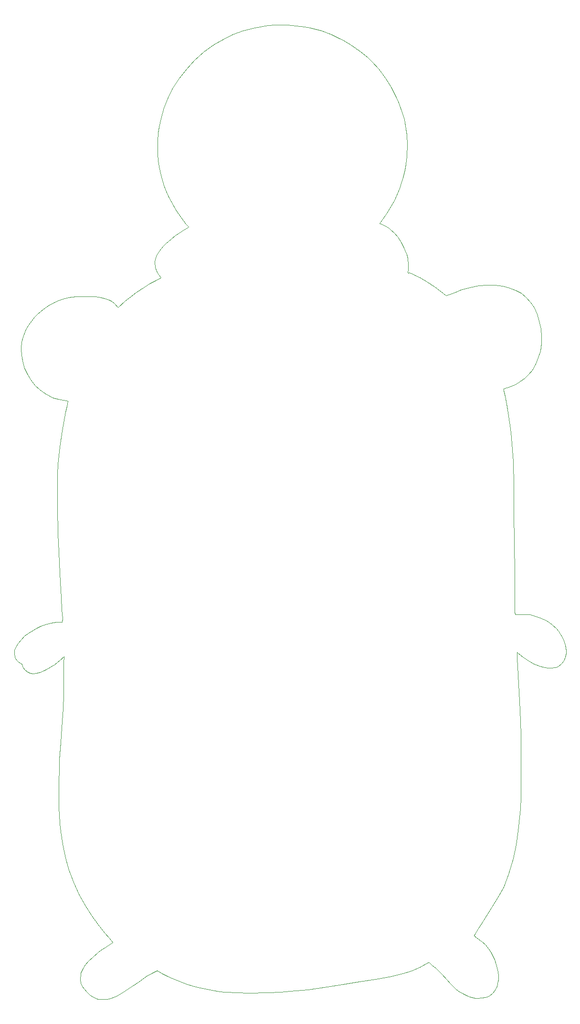
<source format=gbr>
G04 #@! TF.GenerationSoftware,KiCad,Pcbnew,8.0.5-8.0.5-0~ubuntu24.04.1*
G04 #@! TF.CreationDate,2024-10-08T07:52:30+09:00*
G04 #@! TF.ProjectId,gopher_bird_rp2040_sw,676f7068-6572-45f6-9269-72645f727032,rev?*
G04 #@! TF.SameCoordinates,Original*
G04 #@! TF.FileFunction,Profile,NP*
%FSLAX46Y46*%
G04 Gerber Fmt 4.6, Leading zero omitted, Abs format (unit mm)*
G04 Created by KiCad (PCBNEW 8.0.5-8.0.5-0~ubuntu24.04.1) date 2024-10-08 07:52:30*
%MOMM*%
%LPD*%
G01*
G04 APERTURE LIST*
G04 #@! TA.AperFunction,Profile*
%ADD10C,0.120000*%
G04 #@! TD*
G04 APERTURE END LIST*
D10*
X62920000Y-129770000D02*
X62980000Y-129160000D01*
X62980000Y-129160000D02*
X63200000Y-128540000D01*
X63010000Y-130320000D02*
X62920000Y-129770000D01*
X63150000Y-130590000D02*
X63010000Y-130320000D01*
X63200000Y-128540000D02*
X63600000Y-127900000D01*
X63410000Y-130930000D02*
X63150000Y-130590000D01*
X63600000Y-127900000D02*
X64110000Y-127270000D01*
X63660000Y-131210000D02*
X63410000Y-130930000D01*
X63940000Y-131420000D02*
X63660000Y-131210000D01*
X64110000Y-127270000D02*
X64760000Y-126630000D01*
X64130000Y-75670000D02*
X64240000Y-74460000D01*
X64190000Y-76840000D02*
X64130000Y-75670000D01*
X64200000Y-131560000D02*
X63940000Y-131420000D01*
X64240000Y-74460000D02*
X64440000Y-73580000D01*
X64300000Y-131670000D02*
X64200000Y-131560000D01*
X64440000Y-73580000D02*
X64890000Y-72440000D01*
X64470000Y-78150000D02*
X64190000Y-76840000D01*
X64510000Y-132170000D02*
X64300000Y-131670000D01*
X64750000Y-79100000D02*
X64470000Y-78150000D01*
X64760000Y-126630000D02*
X65360000Y-126160000D01*
X64800000Y-132610000D02*
X64510000Y-132170000D01*
X64890000Y-72440000D02*
X65290000Y-71700000D01*
X65210000Y-132960000D02*
X64800000Y-132610000D01*
X65240000Y-80170000D02*
X64750000Y-79100000D01*
X65290000Y-71700000D02*
X65470000Y-71380000D01*
X65360000Y-126160000D02*
X66390000Y-125510000D01*
X65470000Y-71380000D02*
X66540000Y-70050000D01*
X65780000Y-133200000D02*
X65210000Y-132960000D01*
X65830000Y-81150000D02*
X65240000Y-80170000D01*
X66260000Y-133280000D02*
X65780000Y-133200000D01*
X66390000Y-125510000D02*
X66980000Y-125180000D01*
X66540000Y-70050000D02*
X67110000Y-69490000D01*
X66580000Y-82130000D02*
X65830000Y-81150000D01*
X66850000Y-133260000D02*
X66260000Y-133280000D01*
X66980000Y-125180000D02*
X67680000Y-124860000D01*
X67110000Y-69490000D02*
X68010000Y-68690000D01*
X67400000Y-82900000D02*
X66580000Y-82130000D01*
X67540000Y-133070000D02*
X66850000Y-133260000D01*
X67680000Y-124860000D02*
X68420000Y-124570000D01*
X68010000Y-68690000D02*
X68970000Y-68020000D01*
X68140000Y-132830000D02*
X67540000Y-133070000D01*
X68360000Y-83640000D02*
X67400000Y-82900000D01*
X68420000Y-124570000D02*
X69370000Y-124310000D01*
X68590000Y-132580000D02*
X68140000Y-132830000D01*
X68970000Y-68020000D02*
X70090000Y-67400000D01*
X69280000Y-84130000D02*
X68360000Y-83640000D01*
X69370000Y-124310000D02*
X70370000Y-124180000D01*
X69740000Y-84330000D02*
X69280000Y-84130000D01*
X70060000Y-131690000D02*
X68590000Y-132580000D01*
X70090000Y-67400000D02*
X70850000Y-67070000D01*
X70370000Y-124180000D02*
X71440000Y-124130000D01*
X70580000Y-104170000D02*
X70590000Y-102250000D01*
X70580000Y-105340000D02*
X70580000Y-104170000D01*
X70590000Y-102250000D02*
X70610000Y-98030000D01*
X70610000Y-98030000D02*
X70690000Y-96110000D01*
X70620000Y-106980000D02*
X70580000Y-105340000D01*
X70640000Y-108460000D02*
X70620000Y-106980000D01*
X70690000Y-96110000D02*
X71010000Y-93120000D01*
X70750000Y-84630000D02*
X69740000Y-84330000D01*
X70790000Y-111760000D02*
X70640000Y-108460000D01*
X70820000Y-153750000D02*
X70840000Y-152460000D01*
X70820000Y-154980000D02*
X70820000Y-153750000D01*
X70820000Y-156210000D02*
X70820000Y-154980000D01*
X70840000Y-152460000D02*
X70880000Y-150360000D01*
X70840000Y-157190000D02*
X70820000Y-156210000D01*
X70850000Y-67070000D02*
X71590000Y-66810000D01*
X70880000Y-113640000D02*
X70790000Y-111760000D01*
X70880000Y-150360000D02*
X70950000Y-148590000D01*
X70880000Y-158160000D02*
X70840000Y-157190000D01*
X70950000Y-148590000D02*
X71020000Y-147550000D01*
X71000000Y-130970000D02*
X70060000Y-131690000D01*
X71010000Y-93120000D02*
X71410000Y-90190000D01*
X71010000Y-159930000D02*
X70880000Y-158160000D01*
X71020000Y-147550000D02*
X71150000Y-145480000D01*
X71070000Y-117070000D02*
X70880000Y-113640000D01*
X71150000Y-145480000D02*
X71340000Y-142880000D01*
X71180000Y-161360000D02*
X71010000Y-159930000D01*
X71240000Y-119720000D02*
X71070000Y-117070000D01*
X71340000Y-142880000D02*
X71550000Y-139520000D01*
X71360000Y-122000000D02*
X71240000Y-119720000D01*
X71410000Y-90190000D02*
X72030000Y-86890000D01*
X71440000Y-124130000D02*
X71460000Y-123460000D01*
X71460000Y-123460000D02*
X71360000Y-122000000D01*
X71520000Y-163540000D02*
X71180000Y-161360000D01*
X71550000Y-139520000D02*
X71690000Y-137030000D01*
X71580000Y-84810000D02*
X70750000Y-84630000D01*
X71590000Y-66810000D02*
X72530000Y-66570000D01*
X71690000Y-137030000D02*
X71710000Y-134730000D01*
X71700000Y-133050000D02*
X71710000Y-131380000D01*
X71710000Y-131380000D02*
X71750000Y-130290000D01*
X71710000Y-134730000D02*
X71700000Y-133050000D01*
X71750000Y-130290000D02*
X71000000Y-130970000D01*
X72030000Y-86890000D02*
X72260000Y-85880000D01*
X72040000Y-165970000D02*
X71520000Y-163540000D01*
X72150000Y-84870000D02*
X71580000Y-84810000D01*
X72260000Y-85880000D02*
X72470000Y-84930000D01*
X72470000Y-84930000D02*
X72150000Y-84870000D01*
X72530000Y-66570000D02*
X73870000Y-66400000D01*
X72640000Y-168080000D02*
X72040000Y-165970000D01*
X73440000Y-170270000D02*
X72640000Y-168080000D01*
X73870000Y-66400000D02*
X75510000Y-66380000D01*
X74410000Y-172430000D02*
X73440000Y-170270000D01*
X74640000Y-187510000D02*
X74690000Y-186640000D01*
X74690000Y-186640000D02*
X74760000Y-186390000D01*
X74730000Y-188140000D02*
X74640000Y-187510000D01*
X74760000Y-186390000D02*
X75070000Y-185690000D01*
X74970000Y-188740000D02*
X74730000Y-188140000D01*
X75070000Y-185690000D02*
X75510000Y-184990000D01*
X75270000Y-189170000D02*
X74970000Y-188740000D01*
X75460000Y-174350000D02*
X74410000Y-172430000D01*
X75510000Y-66380000D02*
X76330000Y-66390000D01*
X75510000Y-184990000D02*
X76080000Y-184290000D01*
X75780000Y-189780000D02*
X75270000Y-189170000D01*
X76080000Y-184290000D02*
X76910000Y-183480000D01*
X76140000Y-190100000D02*
X75780000Y-189780000D01*
X76330000Y-66390000D02*
X77350000Y-66430000D01*
X76360000Y-190300000D02*
X76140000Y-190100000D01*
X76630000Y-176210000D02*
X75460000Y-174350000D01*
X76910000Y-183480000D02*
X77750000Y-182770000D01*
X76990000Y-190700000D02*
X76360000Y-190300000D01*
X77350000Y-66430000D02*
X78240000Y-66560000D01*
X77560000Y-190960000D02*
X76990000Y-190700000D01*
X77750000Y-182770000D02*
X78300000Y-182370000D01*
X77780000Y-177770000D02*
X76630000Y-176210000D01*
X77790000Y-191030000D02*
X77560000Y-190960000D01*
X78230000Y-191070000D02*
X77790000Y-191030000D01*
X78240000Y-66560000D02*
X78960000Y-66720000D01*
X78300000Y-182370000D02*
X78830000Y-181990000D01*
X78780000Y-191070000D02*
X78230000Y-191070000D01*
X78830000Y-181990000D02*
X79630000Y-181480000D01*
X78960000Y-66720000D02*
X79680000Y-67000000D01*
X78990000Y-179280000D02*
X77780000Y-177770000D01*
X79410000Y-191040000D02*
X78780000Y-191070000D01*
X79630000Y-181480000D02*
X80130000Y-181170000D01*
X79680000Y-67000000D02*
X80250000Y-67310000D01*
X79770000Y-180190000D02*
X78990000Y-179280000D01*
X79810000Y-190950000D02*
X79410000Y-191040000D01*
X80130000Y-181170000D02*
X80410000Y-180980000D01*
X80250000Y-67310000D02*
X80700000Y-67720000D01*
X80410000Y-180980000D02*
X79770000Y-180190000D01*
X80700000Y-67720000D02*
X81280000Y-68360000D01*
X80990000Y-190540000D02*
X79810000Y-190950000D01*
X81280000Y-68360000D02*
X81340000Y-68410000D01*
X81340000Y-68410000D02*
X82600000Y-67220000D01*
X82280000Y-189820000D02*
X80990000Y-190540000D01*
X82600000Y-67220000D02*
X83630000Y-66390000D01*
X83630000Y-66390000D02*
X84460000Y-65770000D01*
X83760000Y-188800000D02*
X82280000Y-189820000D01*
X84460000Y-65770000D02*
X85870000Y-64800000D01*
X84940000Y-187970000D02*
X83760000Y-188800000D01*
X85870000Y-64800000D02*
X86890000Y-64170000D01*
X86330000Y-187010000D02*
X84940000Y-187970000D01*
X86890000Y-64170000D02*
X87900000Y-63600000D01*
X87420000Y-186360000D02*
X86330000Y-187010000D01*
X87830000Y-60210000D02*
X87940000Y-59780000D01*
X87890000Y-61280000D02*
X87830000Y-60210000D01*
X87900000Y-63600000D02*
X88840000Y-63120000D01*
X87940000Y-59780000D02*
X88200000Y-59090000D01*
X88190000Y-61960000D02*
X87890000Y-61280000D01*
X88200000Y-59090000D02*
X88660000Y-58260000D01*
X88270000Y-185940000D02*
X87420000Y-186360000D01*
X88370000Y-38780000D02*
X88460000Y-37420000D01*
X88370000Y-40330000D02*
X88370000Y-38780000D01*
X88370000Y-41160000D02*
X88370000Y-40330000D01*
X88430000Y-186080000D02*
X88270000Y-185940000D01*
X88460000Y-37420000D02*
X88620000Y-36340000D01*
X88460000Y-42260000D02*
X88370000Y-41160000D01*
X88530000Y-62490000D02*
X88190000Y-61960000D01*
X88620000Y-36340000D02*
X88920000Y-34840000D01*
X88620000Y-43370000D02*
X88460000Y-42260000D01*
X88660000Y-58260000D02*
X89290000Y-57500000D01*
X88840000Y-63120000D02*
X88940000Y-63050000D01*
X88920000Y-34840000D02*
X89490000Y-32970000D01*
X88940000Y-63050000D02*
X88530000Y-62490000D01*
X88970000Y-44930000D02*
X88620000Y-43370000D01*
X89090000Y-186460000D02*
X88430000Y-186080000D01*
X89290000Y-57500000D02*
X89770000Y-57040000D01*
X89460000Y-46710000D02*
X88970000Y-44930000D01*
X89490000Y-32970000D02*
X90130000Y-31300000D01*
X89770000Y-57040000D02*
X90800000Y-56170000D01*
X89890000Y-47780000D02*
X89460000Y-46710000D01*
X90120000Y-187000000D02*
X89090000Y-186460000D01*
X90130000Y-31300000D02*
X90990000Y-29530000D01*
X90300000Y-48700000D02*
X89890000Y-47780000D01*
X90800000Y-56170000D02*
X91500000Y-55610000D01*
X90910000Y-187360000D02*
X90120000Y-187000000D01*
X90990000Y-29530000D02*
X92130000Y-27760000D01*
X91210000Y-50430000D02*
X90300000Y-48700000D01*
X91500000Y-55610000D02*
X92150000Y-55160000D01*
X91680000Y-51210000D02*
X91210000Y-50430000D01*
X92130000Y-27760000D02*
X93480000Y-26010000D01*
X92150000Y-55160000D02*
X92880000Y-54670000D01*
X92470000Y-52390000D02*
X91680000Y-51210000D01*
X92880000Y-54670000D02*
X93770000Y-54120000D01*
X93330000Y-53520000D02*
X92470000Y-52390000D01*
X93400000Y-188350000D02*
X90910000Y-187360000D01*
X93480000Y-26010000D02*
X94890000Y-24470000D01*
X93770000Y-54120000D02*
X93840000Y-54090000D01*
X93840000Y-54090000D02*
X93330000Y-53520000D01*
X94820000Y-188800000D02*
X93400000Y-188350000D01*
X94890000Y-24470000D02*
X96580000Y-23000000D01*
X95850000Y-189030000D02*
X94820000Y-188800000D01*
X96580000Y-23000000D02*
X98330000Y-21740000D01*
X97960000Y-189450000D02*
X95850000Y-189030000D01*
X98330000Y-21740000D02*
X99880000Y-20830000D01*
X99350000Y-189660000D02*
X97960000Y-189450000D01*
X99880000Y-20830000D02*
X101680000Y-19980000D01*
X100390000Y-189780000D02*
X99350000Y-189660000D01*
X101680000Y-19980000D02*
X103540000Y-19270000D01*
X102510000Y-189870000D02*
X100390000Y-189780000D01*
X103540000Y-19270000D02*
X105590000Y-18730000D01*
X104410000Y-189910000D02*
X102510000Y-189870000D01*
X105590000Y-18730000D02*
X107870000Y-18330000D01*
X107850000Y-189870000D02*
X104410000Y-189910000D01*
X107870000Y-18330000D02*
X109080000Y-18260000D01*
X109080000Y-18260000D02*
X111420000Y-18250000D01*
X110220000Y-189770000D02*
X107850000Y-189870000D01*
X111420000Y-18250000D02*
X114430000Y-18550000D01*
X111780000Y-189650000D02*
X110220000Y-189770000D01*
X114430000Y-18550000D02*
X115380000Y-18730000D01*
X114980000Y-189320000D02*
X111780000Y-189650000D01*
X115380000Y-18730000D02*
X117360000Y-19270000D01*
X117360000Y-19270000D02*
X119150000Y-19940000D01*
X118410000Y-188880000D02*
X114980000Y-189320000D01*
X119150000Y-19940000D02*
X120690000Y-20670000D01*
X120690000Y-20670000D02*
X121140000Y-20870000D01*
X121130000Y-188450000D02*
X118410000Y-188880000D01*
X121140000Y-20870000D02*
X122670000Y-21790000D01*
X122670000Y-21790000D02*
X124320000Y-22950000D01*
X124200000Y-187950000D02*
X121130000Y-188450000D01*
X124320000Y-22950000D02*
X125570000Y-24030000D01*
X125570000Y-24030000D02*
X126350000Y-24770000D01*
X126350000Y-24770000D02*
X127510000Y-26030000D01*
X127010000Y-187510000D02*
X124200000Y-187950000D01*
X127510000Y-26030000D02*
X128750000Y-27620000D01*
X127730000Y-53480000D02*
X127960000Y-53550000D01*
X127870000Y-53250000D02*
X127730000Y-53480000D01*
X127960000Y-53550000D02*
X128590000Y-53830000D01*
X128180000Y-52850000D02*
X127870000Y-53250000D01*
X128590000Y-53830000D02*
X129420000Y-54340000D01*
X128750000Y-27620000D02*
X129780000Y-29230000D01*
X128920000Y-187160000D02*
X127010000Y-187510000D01*
X128930000Y-51760000D02*
X128180000Y-52850000D01*
X129420000Y-54340000D02*
X129680000Y-54550000D01*
X129680000Y-54550000D02*
X130380000Y-55190000D01*
X129780000Y-29230000D02*
X130640000Y-30920000D01*
X129860000Y-186970000D02*
X128920000Y-187160000D01*
X130330000Y-49420000D02*
X128930000Y-51760000D01*
X130380000Y-55190000D02*
X130910000Y-55850000D01*
X130640000Y-30920000D02*
X131110000Y-32020000D01*
X130910000Y-55850000D02*
X131550000Y-56800000D01*
X131110000Y-32020000D02*
X131770000Y-34000000D01*
X131140000Y-186660000D02*
X129860000Y-186970000D01*
X131290000Y-47190000D02*
X130330000Y-49420000D01*
X131550000Y-56800000D02*
X132060000Y-57800000D01*
X131650000Y-46120000D02*
X131290000Y-47190000D01*
X131770000Y-34000000D02*
X132080000Y-35030000D01*
X131860000Y-186470000D02*
X131140000Y-186660000D01*
X131880000Y-45340000D02*
X131650000Y-46120000D01*
X132060000Y-57800000D02*
X132230000Y-58230000D01*
X132080000Y-35030000D02*
X132410000Y-36700000D01*
X132200000Y-44010000D02*
X131880000Y-45340000D01*
X132230000Y-58230000D02*
X132510000Y-58950000D01*
X132370000Y-42980000D02*
X132200000Y-44010000D01*
X132410000Y-36700000D02*
X132510000Y-37680000D01*
X132510000Y-37680000D02*
X132590000Y-39540000D01*
X132510000Y-58950000D02*
X132700000Y-59640000D01*
X132560000Y-41550000D02*
X132370000Y-42980000D01*
X132590000Y-39540000D02*
X132560000Y-41550000D01*
X132700000Y-59640000D02*
X132800000Y-60720000D01*
X132720000Y-62230000D02*
X132760000Y-62250000D01*
X132750000Y-62060000D02*
X132720000Y-62230000D01*
X132760000Y-62250000D02*
X133000000Y-62220000D01*
X132800000Y-60720000D02*
X132820000Y-61400000D01*
X132800000Y-61750000D02*
X132750000Y-62060000D01*
X132820000Y-61400000D02*
X132800000Y-61750000D01*
X133000000Y-62220000D02*
X133230000Y-62260000D01*
X133230000Y-62260000D02*
X133490000Y-62360000D01*
X133470000Y-185940000D02*
X131860000Y-186470000D01*
X133490000Y-62360000D02*
X133900000Y-62570000D01*
X133900000Y-62570000D02*
X135000000Y-63160000D01*
X134800000Y-185370000D02*
X133470000Y-185940000D01*
X135000000Y-63160000D02*
X136070000Y-63800000D01*
X136070000Y-63800000D02*
X137520000Y-64760000D01*
X136380000Y-184560000D02*
X134800000Y-185370000D01*
X136500000Y-184570000D02*
X136380000Y-184560000D01*
X136660000Y-184660000D02*
X136500000Y-184570000D01*
X137070000Y-185000000D02*
X136660000Y-184660000D01*
X137520000Y-64760000D02*
X138330000Y-65320000D01*
X137690000Y-185580000D02*
X137070000Y-185000000D01*
X138330000Y-65320000D02*
X139020000Y-65850000D01*
X138690000Y-186580000D02*
X137690000Y-185580000D01*
X139020000Y-65850000D02*
X139520000Y-66270000D01*
X139520000Y-66270000D02*
X140210000Y-65970000D01*
X139680000Y-187620000D02*
X138690000Y-186580000D01*
X140210000Y-65970000D02*
X141140000Y-65620000D01*
X140250000Y-188240000D02*
X139680000Y-187620000D01*
X141140000Y-65620000D02*
X142100000Y-65240000D01*
X141190000Y-189170000D02*
X140250000Y-188240000D01*
X141730000Y-189600000D02*
X141190000Y-189170000D01*
X142100000Y-65240000D02*
X143720000Y-64800000D01*
X142580000Y-190160000D02*
X141730000Y-189600000D01*
X143260000Y-190480000D02*
X142580000Y-190160000D01*
X143720000Y-64800000D02*
X145330000Y-64510000D01*
X143740000Y-190650000D02*
X143260000Y-190480000D01*
X144090000Y-190740000D02*
X143740000Y-190650000D01*
X144480000Y-179820000D02*
X144910000Y-180100000D01*
X144690000Y-179480000D02*
X144480000Y-179820000D01*
X144770000Y-190840000D02*
X144090000Y-190740000D01*
X144910000Y-180100000D02*
X145570000Y-180600000D01*
X145100000Y-190860000D02*
X144770000Y-190840000D01*
X145180000Y-178630000D02*
X144690000Y-179480000D01*
X145330000Y-64510000D02*
X146740000Y-64390000D01*
X145570000Y-180600000D02*
X145830000Y-180780000D01*
X145830000Y-180780000D02*
X146490000Y-181430000D01*
X145850000Y-190830000D02*
X145100000Y-190860000D01*
X146110000Y-177150000D02*
X145180000Y-178630000D01*
X146490000Y-181430000D02*
X147040000Y-182100000D01*
X146490000Y-190730000D02*
X145850000Y-190830000D01*
X146740000Y-64390000D02*
X148200000Y-64410000D01*
X146770000Y-190630000D02*
X146490000Y-190730000D01*
X147040000Y-182100000D02*
X147410000Y-182650000D01*
X147210000Y-190440000D02*
X146770000Y-190630000D01*
X147410000Y-182650000D02*
X147680000Y-183140000D01*
X147620000Y-174750000D02*
X146110000Y-177150000D01*
X147680000Y-183140000D02*
X148100000Y-184020000D01*
X147790000Y-189990000D02*
X147210000Y-190440000D01*
X148100000Y-184020000D02*
X148420000Y-184910000D01*
X148160000Y-189500000D02*
X147790000Y-189990000D01*
X148200000Y-64410000D02*
X149540000Y-64550000D01*
X148420000Y-184910000D02*
X148660000Y-185810000D01*
X148530000Y-188730000D02*
X148160000Y-189500000D01*
X148660000Y-185810000D02*
X148780000Y-186760000D01*
X148730000Y-172950000D02*
X147620000Y-174750000D01*
X148750000Y-187870000D02*
X148530000Y-188730000D01*
X148780000Y-186760000D02*
X148790000Y-187670000D01*
X148790000Y-187670000D02*
X148750000Y-187870000D01*
X149540000Y-64550000D02*
X150770000Y-64860000D01*
X149700000Y-82770000D02*
X149760000Y-83100000D01*
X149700000Y-171120000D02*
X148730000Y-172950000D01*
X149760000Y-83100000D02*
X149960000Y-84150000D01*
X149960000Y-84150000D02*
X150250000Y-85490000D01*
X150010000Y-82660000D02*
X149700000Y-82770000D01*
X150250000Y-85490000D02*
X150420000Y-86490000D01*
X150420000Y-86490000D02*
X150850000Y-89240000D01*
X150590000Y-82510000D02*
X150010000Y-82660000D01*
X150610000Y-168870000D02*
X149700000Y-171120000D01*
X150770000Y-64860000D02*
X151830000Y-65290000D01*
X150850000Y-89240000D02*
X151010000Y-90560000D01*
X151010000Y-90560000D02*
X151190000Y-92540000D01*
X151190000Y-92540000D02*
X151410000Y-95710000D01*
X151410000Y-95710000D02*
X151480000Y-100010000D01*
X151430000Y-166070000D02*
X150610000Y-168870000D01*
X151480000Y-100010000D02*
X151530000Y-104660000D01*
X151530000Y-104660000D02*
X151580000Y-110090000D01*
X151580000Y-110090000D02*
X151660000Y-115520000D01*
X151660000Y-115520000D02*
X151720000Y-120880000D01*
X151700000Y-122320000D02*
X151760000Y-122810000D01*
X151720000Y-120880000D02*
X151700000Y-122320000D01*
X151760000Y-122810000D02*
X153240000Y-122780000D01*
X151810000Y-82020000D02*
X150590000Y-82510000D01*
X151830000Y-65290000D02*
X152850000Y-65860000D01*
X151930000Y-163660000D02*
X151430000Y-166070000D01*
X152080000Y-129460000D02*
X152140000Y-130720000D01*
X152140000Y-130720000D02*
X152230000Y-131970000D01*
X152230000Y-131970000D02*
X152390000Y-135210000D01*
X152290000Y-129650000D02*
X152080000Y-129460000D01*
X152300000Y-161130000D02*
X151930000Y-163660000D01*
X152390000Y-135210000D02*
X152540000Y-138110000D01*
X152540000Y-138110000D02*
X152690000Y-141730000D01*
X152650000Y-81530000D02*
X151810000Y-82020000D01*
X152680000Y-157290000D02*
X152300000Y-161130000D01*
X152690000Y-141730000D02*
X152790000Y-144320000D01*
X152740000Y-155120000D02*
X152680000Y-157290000D01*
X152790000Y-144320000D02*
X152800000Y-149850000D01*
X152800000Y-149850000D02*
X152740000Y-155120000D01*
X152850000Y-65860000D02*
X153720000Y-66600000D01*
X153130000Y-130310000D02*
X152290000Y-129650000D01*
X153240000Y-122780000D02*
X154350000Y-122830000D01*
X153460000Y-80900000D02*
X152650000Y-81530000D01*
X153720000Y-66600000D02*
X154470000Y-67430000D01*
X154110000Y-131010000D02*
X153130000Y-130310000D01*
X154170000Y-80210000D02*
X153460000Y-80900000D01*
X154350000Y-122830000D02*
X155170000Y-123050000D01*
X154470000Y-67430000D02*
X155110000Y-68410000D01*
X154780000Y-79440000D02*
X154170000Y-80210000D01*
X155110000Y-68410000D02*
X155640000Y-69570000D01*
X155170000Y-123050000D02*
X156190000Y-123400000D01*
X155180000Y-131580000D02*
X154110000Y-131010000D01*
X155390000Y-78370000D02*
X154780000Y-79440000D01*
X155640000Y-69570000D02*
X156040000Y-70740000D01*
X155840000Y-77300000D02*
X155390000Y-78370000D01*
X156040000Y-70740000D02*
X156330000Y-72160000D01*
X156190000Y-123400000D02*
X157340000Y-123950000D01*
X156210000Y-76050000D02*
X155840000Y-77300000D01*
X156310000Y-132060000D02*
X155180000Y-131580000D01*
X156330000Y-72160000D02*
X156430000Y-73420000D01*
X156390000Y-74700000D02*
X156210000Y-76050000D01*
X156430000Y-73420000D02*
X156390000Y-74700000D01*
X156680000Y-132160000D02*
X156310000Y-132060000D01*
X157080000Y-132230000D02*
X156680000Y-132160000D01*
X157340000Y-123950000D02*
X158250000Y-124550000D01*
X157500000Y-132260000D02*
X157080000Y-132230000D01*
X158250000Y-124550000D02*
X159030000Y-125280000D01*
X158250000Y-132260000D02*
X157500000Y-132260000D01*
X158710000Y-132230000D02*
X158250000Y-132260000D01*
X158960000Y-132190000D02*
X158710000Y-132230000D01*
X159030000Y-125280000D02*
X159470000Y-125810000D01*
X159370000Y-132000000D02*
X158960000Y-132190000D01*
X159470000Y-125810000D02*
X159730000Y-126170000D01*
X159730000Y-126170000D02*
X160150000Y-126900000D01*
X159970000Y-131550000D02*
X159370000Y-132000000D01*
X160150000Y-126900000D02*
X160400000Y-127450000D01*
X160400000Y-127450000D02*
X160680000Y-128210000D01*
X160410000Y-131010000D02*
X159970000Y-131550000D01*
X160680000Y-128210000D02*
X160780000Y-128710000D01*
X160680000Y-130350000D02*
X160410000Y-131010000D01*
X160780000Y-128710000D02*
X160800000Y-129220000D01*
X160790000Y-129630000D02*
X160680000Y-130350000D01*
X160800000Y-129220000D02*
X160790000Y-129630000D01*
M02*

</source>
